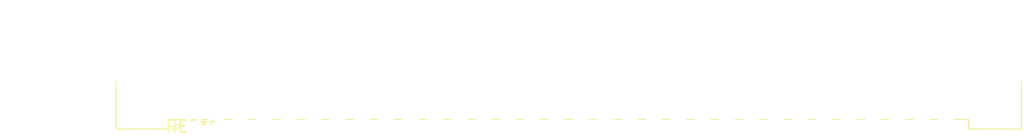
<source format=kicad_pcb>
(kicad_pcb (version 20240108) (generator pcbnew)
  (layers (0 "F.Cu" signal) (31 "B.Cu" signal) (34 "B.Paste" user) (35 "F.Paste" user) (36 "B.SilkS" user "B.Silkscreen") (37 "F.SilkS" user "F.Silkscreen") (38 "B.Mask" user) (39 "F.Mask" user) (44 "Edge.Cuts" user))
  (net 0 "")
  (footprint "DIN41612_R_1x32_Female_Horizontal_THT" (layer "F.Cu") (at 0 0)
    (property "Reference" "REF**")
    (property "Value" "DIN41612_R_1x32_Female_Horizontal_THT")
    (fp_line (start -7.89 -4.74) (end -7.89 0.26) (layer "F.SilkS") (stroke (width 0.12)))
    (fp_line (start -7.89 0.26) (end -2.37 0.26) (layer "F.SilkS") (stroke (width 0.12)))
    (fp_line (start -2.371 -0.74) (end -1.095 -0.74) (layer "F.SilkS") (stroke (width 0.12)))
    (fp_line (start -2.37 0.26) (end -2.37 -0.74) (layer "F.SilkS") (stroke (width 0.12)))
    (fp_line (start -1.695 -0.3) (end -1.695 0.3) (layer "F.SilkS") (stroke (width 0.12)))
    (fp_line (start -1.695 0.3) (end -1.095 0) (layer "F.SilkS") (stroke (width 0.12)))
    (fp_line (start -1.095 0) (end -1.695 -0.3) (layer "F.SilkS") (stroke (width 0.12)))
    (fp_line (start 1.095 -0.74) (end 1.671 -0.74) (layer "F.SilkS") (stroke (width 0.12)))
    (fp_line (start 3.41 -0.74) (end 4.211 -0.74) (layer "F.SilkS") (stroke (width 0.12)))
    (fp_line (start 5.95 -0.74) (end 6.751 -0.74) (layer "F.SilkS") (stroke (width 0.12)))
    (fp_line (start 8.49 -0.74) (end 9.291 -0.74) (layer "F.SilkS") (stroke (width 0.12)))
    (fp_line (start 11.03 -0.74) (end 11.831 -0.74) (layer "F.SilkS") (stroke (width 0.12)))
    (fp_line (start 13.57 -0.74) (end 14.371 -0.74) (layer "F.SilkS") (stroke (width 0.12)))
    (fp_line (start 16.11 -0.74) (end 16.911 -0.74) (layer "F.SilkS") (stroke (width 0.12)))
    (fp_line (start 18.65 -0.74) (end 19.451 -0.74) (layer "F.SilkS") (stroke (width 0.12)))
    (fp_line (start 21.19 -0.74) (end 21.991 -0.74) (layer "F.SilkS") (stroke (width 0.12)))
    (fp_line (start 23.73 -0.74) (end 24.531 -0.74) (layer "F.SilkS") (stroke (width 0.12)))
    (fp_line (start 26.27 -0.74) (end 27.071 -0.74) (layer "F.SilkS") (stroke (width 0.12)))
    (fp_line (start 28.81 -0.74) (end 29.611 -0.74) (layer "F.SilkS") (stroke (width 0.12)))
    (fp_line (start 31.35 -0.74) (end 32.151 -0.74) (layer "F.SilkS") (stroke (width 0.12)))
    (fp_line (start 33.89 -0.74) (end 34.691 -0.74) (layer "F.SilkS") (stroke (width 0.12)))
    (fp_line (start 36.43 -0.74) (end 37.231 -0.74) (layer "F.SilkS") (stroke (width 0.12)))
    (fp_line (start 38.97 -0.74) (end 39.771 -0.74) (layer "F.SilkS") (stroke (width 0.12)))
    (fp_line (start 41.51 -0.74) (end 42.311 -0.74) (layer "F.SilkS") (stroke (width 0.12)))
    (fp_line (start 44.05 -0.74) (end 44.851 -0.74) (layer "F.SilkS") (stroke (width 0.12)))
    (fp_line (start 46.59 -0.74) (end 47.391 -0.74) (layer "F.SilkS") (stroke (width 0.12)))
    (fp_line (start 49.13 -0.74) (end 49.931 -0.74) (layer "F.SilkS") (stroke (width 0.12)))
    (fp_line (start 51.67 -0.74) (end 52.471 -0.74) (layer "F.SilkS") (stroke (width 0.12)))
    (fp_line (start 54.21 -0.74) (end 55.011 -0.74) (layer "F.SilkS") (stroke (width 0.12)))
    (fp_line (start 56.75 -0.74) (end 57.551 -0.74) (layer "F.SilkS") (stroke (width 0.12)))
    (fp_line (start 59.29 -0.74) (end 60.091 -0.74) (layer "F.SilkS") (stroke (width 0.12)))
    (fp_line (start 61.83 -0.74) (end 62.631 -0.74) (layer "F.SilkS") (stroke (width 0.12)))
    (fp_line (start 64.37 -0.74) (end 65.171 -0.74) (layer "F.SilkS") (stroke (width 0.12)))
    (fp_line (start 66.91 -0.74) (end 67.711 -0.74) (layer "F.SilkS") (stroke (width 0.12)))
    (fp_line (start 69.45 -0.74) (end 70.251 -0.74) (layer "F.SilkS") (stroke (width 0.12)))
    (fp_line (start 71.99 -0.74) (end 72.791 -0.74) (layer "F.SilkS") (stroke (width 0.12)))
    (fp_line (start 74.53 -0.74) (end 75.331 -0.74) (layer "F.SilkS") (stroke (width 0.12)))
    (fp_line (start 77.07 -0.74) (end 77.871 -0.74) (layer "F.SilkS") (stroke (width 0.12)))
    (fp_line (start 79.61 -0.74) (end 81.11 -0.74) (layer "F.SilkS") (stroke (width 0.12)))
    (fp_line (start 81.11 0.26) (end 81.11 -0.74) (layer "F.SilkS") (stroke (width 0.12)))
    (fp_line (start 86.63 -4.74) (end 86.63 0.26) (layer "F.SilkS") (stroke (width 0.12)))
    (fp_line (start 86.63 0.26) (end 81.11 0.26) (layer "F.SilkS") (stroke (width 0.12)))
    (pad "" np_thru_hole circle (at -5.08 -2.54) (size 2.85 2.85) (drill 2.85) (layers *.Cu *.Mask))
    (pad "" np_thru_hole circle (at 83.82 -2.54) (size 2.85 2.85) (drill 2.85) (layers *.Cu *.Mask))
    (pad "a1" thru_hole roundrect (at 0 0) (size 1.55 1.55) (drill 1) (layers *.Cu *.Mask) (remove_unused_layers) (roundrect_rratio 0.16129))
    (pad "a2" thru_hole circle (at 2.54 0) (size 1.55 1.55) (drill 1) (layers *.Cu *.Mask) (remove_unused_layers))
    (pad "a3" thru_hole circle (at 5.08 0) (size 1.55 1.55) (drill 1) (layers *.Cu *.Mask) (remove_unused_layers))
    (pad "a4" thru_hole circle (at 7.62 0) (size 1.55 1.55) (drill 1) (layers *.Cu *.Mask) (remove_unused_layers))
    (pad "a5" thru_hole circle (at 10.16 0) (size 1.55 1.55) (drill 1) (layers *.Cu *.Mask) (remove_unused_layers))
    (pad "a6" thru_hole circle (at 12.7 0) (size 1.55 1.55) (drill 1) (layers *.Cu *.Mask) (remove_unused_layers))
    (pad "a7" thru_hole circle (at 15.24 0) (size 1.55 1.55) (drill 1) (layers *.Cu *.Mask) (remove_unused_layers))
    (pad "a8" thru_hole circle (at 17.78 0) (size 1.55 1.55) (drill 1) (layers *.Cu *.Mask) (remove_unused_layers))
    (pad "a9" thru_hole circle (at 20.32 0) (size 1.55 1.55) (drill 1) (layers *.Cu *.Mask) (remove_unused_layers))
    (pad "a10" thru_hole circle (at 22.86 0) (size 1.55 1.55) (drill 1) (layers *.Cu *.Mask) (remove_unused_layers))
    (pad "a11" thru_hole circle (at 25.4 0) (size 1.55 1.55) (drill 1) (layers *.Cu *.Mask) (remove_unused_layers))
    (pad "a12" thru_hole circle (at 27.94 0) (size 1.55 1.55) (drill 1) (layers *.Cu *.Mask) (remove_unused_layers))
    (pad "a13" thru_hole circle (at 30.48 0) (size 1.55 1.55) (drill 1) (layers *.Cu *.Mask) (remove_unused_layers))
    (pad "a14" thru_hole circle (at 33.02 0) (size 1.55 1.55) (drill 1) (layers *.Cu *.Mask) (remove_unused_layers))
    (pad "a15" thru_hole circle (at 35.56 0) (size 1.55 1.55) (drill 1) (layers *.Cu *.Mask) (remove_unused_layers))
    (pad "a16" thru_hole circle (at 38.1 0) (size 1.55 1.55) (drill 1) (layers *.Cu *.Mask) (remove_unused_layers))
    (pad "a17" thru_hole circle (at 40.64 0) (size 1.55 1.55) (drill 1) (layers *.Cu *.Mask) (remove_unused_layers))
    (pad "a18" thru_hole circle (at 43.18 0) (size 1.55 1.55) (drill 1) (layers *.Cu *.Mask) (remove_unused_layers))
    (pad "a19" thru_hole circle (at 45.72 0) (size 1.55 1.55) (drill 1) (layers *.Cu *.Mask) (remove_unused_layers))
    (pad "a20" thru_hole circle (at 48.26 0) (size 1.55 1.55) (drill 1) (layers *.Cu *.Mask) (remove_unused_layers))
    (pad "a21" thru_hole circle (at 50.8 0) (size 1.55 1.55) (drill 1) (layers *.Cu *.Mask) (remove_unused_layers))
    (pad "a22" thru_hole circle (at 53.34 0) (size 1.55 1.55) (drill 1) (layers *.Cu *.Mask) (remove_unused_layers))
    (pad "a23" thru_hole circle (at 55.88 0) (size 1.55 1.55) (drill 1) (layers *.Cu *.Mask) (remove_unused_layers))
    (pad "a24" thru_hole circle (at 58.42 0) (size 1.55 1.55) (drill 1) (layers *.Cu *.Mask) (remove_unused_layers))
    (pad "a25" thru_hole circle (at 60.96 0) (size 1.55 1.55) (drill 1) (layers *.Cu *.Mask) (remove_unused_layers))
    (pad "a26" thru_hole circle (at 63.5 0) (size 1.55 1.55) (drill 1) (layers *.Cu *.Mask) (remove_unused_layers))
    (pad "a27" thru_hole circle (at 66.04 0) (size 1.55 1.55) (drill 1) (layers *.Cu *.Mask) (remove_unused_layers))
    (pad "a28" thru_hole circle (at 68.58 0) (size 1.55 1.55) (drill 1) (layers *.Cu *.Mask) (remove_unused_layers))
    (pad "a29" thru_hole circle (at 71.12 0) (size 1.55 1.55) (drill 1) (layers *.Cu *.Mask) (remove_unused_layers))
    (pad "a30" thru_hole circle (at 73.66 0) (size 1.55 1.55) (drill 1) (layers *.Cu *.Mask) (remove_unused_layers))
    (pad "a31" thru_hole circle (at 76.2 0) (size 1.55 1.55) (drill 1) (layers *.Cu *.Mask) (remove_unused_layers))
    (pad "a32" thru_hole circle (at 78.74 0) (size 1.55 1.55) (drill 1) (layers *.Cu *.Mask) (remove_unused_layers))
  )
)
</source>
